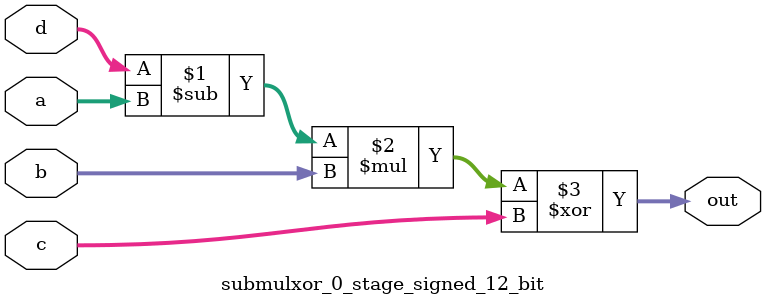
<source format=sv>
(* use_dsp = "yes" *) module submulxor_0_stage_signed_12_bit(
	input signed [11:0] a,
	input signed [11:0] b,
	input signed [11:0] c,
	input signed [11:0] d,
	output [11:0] out
	);

	assign out = ((d - a) * b) ^ c;
endmodule

</source>
